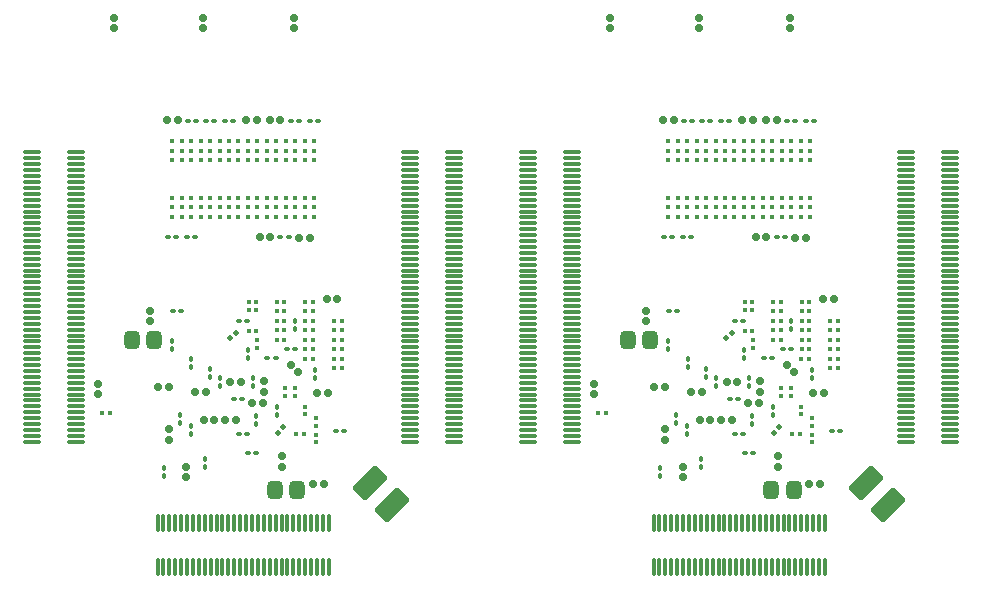
<source format=gbr>
G04*
G04 #@! TF.GenerationSoftware,Altium Limited,Altium Designer,22.4.2 (48)*
G04*
G04 Layer_Color=128*
%FSAX24Y24*%
%MOIN*%
G70*
G04*
G04 #@! TF.SameCoordinates,7B9A2F56-D6BD-4FC4-B556-F90DD5F7C99A*
G04*
G04*
G04 #@! TF.FilePolarity,Positive*
G04*
G01*
G75*
G04:AMPARAMS|DCode=22|XSize=59.1mil|YSize=51.2mil|CornerRadius=12.8mil|HoleSize=0mil|Usage=FLASHONLY|Rotation=90.000|XOffset=0mil|YOffset=0mil|HoleType=Round|Shape=RoundedRectangle|*
%AMROUNDEDRECTD22*
21,1,0.0591,0.0256,0,0,90.0*
21,1,0.0335,0.0512,0,0,90.0*
1,1,0.0256,0.0128,0.0167*
1,1,0.0256,0.0128,-0.0167*
1,1,0.0256,-0.0128,-0.0167*
1,1,0.0256,-0.0128,0.0167*
%
%ADD22ROUNDEDRECTD22*%
G04:AMPARAMS|DCode=23|XSize=23.6mil|YSize=23.6mil|CornerRadius=5.9mil|HoleSize=0mil|Usage=FLASHONLY|Rotation=270.000|XOffset=0mil|YOffset=0mil|HoleType=Round|Shape=RoundedRectangle|*
%AMROUNDEDRECTD23*
21,1,0.0236,0.0118,0,0,270.0*
21,1,0.0118,0.0236,0,0,270.0*
1,1,0.0118,-0.0059,-0.0059*
1,1,0.0118,-0.0059,0.0059*
1,1,0.0118,0.0059,0.0059*
1,1,0.0118,0.0059,-0.0059*
%
%ADD23ROUNDEDRECTD23*%
G04:AMPARAMS|DCode=24|XSize=23.6mil|YSize=23.6mil|CornerRadius=5.9mil|HoleSize=0mil|Usage=FLASHONLY|Rotation=0.000|XOffset=0mil|YOffset=0mil|HoleType=Round|Shape=RoundedRectangle|*
%AMROUNDEDRECTD24*
21,1,0.0236,0.0118,0,0,0.0*
21,1,0.0118,0.0236,0,0,0.0*
1,1,0.0118,0.0059,-0.0059*
1,1,0.0118,-0.0059,-0.0059*
1,1,0.0118,-0.0059,0.0059*
1,1,0.0118,0.0059,0.0059*
%
%ADD24ROUNDEDRECTD24*%
G04:AMPARAMS|DCode=25|XSize=25.2mil|YSize=25.2mil|CornerRadius=6.3mil|HoleSize=0mil|Usage=FLASHONLY|Rotation=0.000|XOffset=0mil|YOffset=0mil|HoleType=Round|Shape=RoundedRectangle|*
%AMROUNDEDRECTD25*
21,1,0.0252,0.0126,0,0,0.0*
21,1,0.0126,0.0252,0,0,0.0*
1,1,0.0126,0.0063,-0.0063*
1,1,0.0126,-0.0063,-0.0063*
1,1,0.0126,-0.0063,0.0063*
1,1,0.0126,0.0063,0.0063*
%
%ADD25ROUNDEDRECTD25*%
G04:AMPARAMS|DCode=26|XSize=25.2mil|YSize=25.2mil|CornerRadius=6.3mil|HoleSize=0mil|Usage=FLASHONLY|Rotation=270.000|XOffset=0mil|YOffset=0mil|HoleType=Round|Shape=RoundedRectangle|*
%AMROUNDEDRECTD26*
21,1,0.0252,0.0126,0,0,270.0*
21,1,0.0126,0.0252,0,0,270.0*
1,1,0.0126,-0.0063,-0.0063*
1,1,0.0126,-0.0063,0.0063*
1,1,0.0126,0.0063,0.0063*
1,1,0.0126,0.0063,-0.0063*
%
%ADD26ROUNDEDRECTD26*%
G04:AMPARAMS|DCode=28|XSize=25.2mil|YSize=25.2mil|CornerRadius=6.3mil|HoleSize=0mil|Usage=FLASHONLY|Rotation=225.000|XOffset=0mil|YOffset=0mil|HoleType=Round|Shape=RoundedRectangle|*
%AMROUNDEDRECTD28*
21,1,0.0252,0.0126,0,0,225.0*
21,1,0.0126,0.0252,0,0,225.0*
1,1,0.0126,-0.0089,0.0000*
1,1,0.0126,0.0000,0.0089*
1,1,0.0126,0.0089,0.0000*
1,1,0.0126,0.0000,-0.0089*
%
%ADD28ROUNDEDRECTD28*%
G04:AMPARAMS|DCode=29|XSize=13.8mil|YSize=15.7mil|CornerRadius=3.4mil|HoleSize=0mil|Usage=FLASHONLY|Rotation=270.000|XOffset=0mil|YOffset=0mil|HoleType=Round|Shape=RoundedRectangle|*
%AMROUNDEDRECTD29*
21,1,0.0138,0.0089,0,0,270.0*
21,1,0.0069,0.0157,0,0,270.0*
1,1,0.0069,-0.0044,-0.0034*
1,1,0.0069,-0.0044,0.0034*
1,1,0.0069,0.0044,0.0034*
1,1,0.0069,0.0044,-0.0034*
%
%ADD29ROUNDEDRECTD29*%
G04:AMPARAMS|DCode=30|XSize=13.8mil|YSize=15.7mil|CornerRadius=3.4mil|HoleSize=0mil|Usage=FLASHONLY|Rotation=180.000|XOffset=0mil|YOffset=0mil|HoleType=Round|Shape=RoundedRectangle|*
%AMROUNDEDRECTD30*
21,1,0.0138,0.0089,0,0,180.0*
21,1,0.0069,0.0157,0,0,180.0*
1,1,0.0069,-0.0034,0.0044*
1,1,0.0069,0.0034,0.0044*
1,1,0.0069,0.0034,-0.0044*
1,1,0.0069,-0.0034,-0.0044*
%
%ADD30ROUNDEDRECTD30*%
G04:AMPARAMS|DCode=31|XSize=16.5mil|YSize=18.1mil|CornerRadius=4.1mil|HoleSize=0mil|Usage=FLASHONLY|Rotation=270.000|XOffset=0mil|YOffset=0mil|HoleType=Round|Shape=RoundedRectangle|*
%AMROUNDEDRECTD31*
21,1,0.0165,0.0098,0,0,270.0*
21,1,0.0083,0.0181,0,0,270.0*
1,1,0.0083,-0.0049,-0.0041*
1,1,0.0083,-0.0049,0.0041*
1,1,0.0083,0.0049,0.0041*
1,1,0.0083,0.0049,-0.0041*
%
%ADD31ROUNDEDRECTD31*%
%ADD33C,0.0157*%
G04:AMPARAMS|DCode=51|XSize=110.2mil|YSize=65mil|CornerRadius=8.1mil|HoleSize=0mil|Usage=FLASHONLY|Rotation=45.000|XOffset=0mil|YOffset=0mil|HoleType=Round|Shape=RoundedRectangle|*
%AMROUNDEDRECTD51*
21,1,0.1102,0.0487,0,0,45.0*
21,1,0.0940,0.0650,0,0,45.0*
1,1,0.0162,0.0505,0.0160*
1,1,0.0162,-0.0160,-0.0505*
1,1,0.0162,-0.0505,-0.0160*
1,1,0.0162,0.0160,0.0505*
%
%ADD51ROUNDEDRECTD51*%
G04:AMPARAMS|DCode=52|XSize=16.5mil|YSize=18.1mil|CornerRadius=4.1mil|HoleSize=0mil|Usage=FLASHONLY|Rotation=180.000|XOffset=0mil|YOffset=0mil|HoleType=Round|Shape=RoundedRectangle|*
%AMROUNDEDRECTD52*
21,1,0.0165,0.0098,0,0,180.0*
21,1,0.0083,0.0181,0,0,180.0*
1,1,0.0083,-0.0041,0.0049*
1,1,0.0083,0.0041,0.0049*
1,1,0.0083,0.0041,-0.0049*
1,1,0.0083,-0.0041,-0.0049*
%
%ADD52ROUNDEDRECTD52*%
G04:AMPARAMS|DCode=53|XSize=16.5mil|YSize=18.1mil|CornerRadius=4.1mil|HoleSize=0mil|Usage=FLASHONLY|Rotation=135.000|XOffset=0mil|YOffset=0mil|HoleType=Round|Shape=RoundedRectangle|*
%AMROUNDEDRECTD53*
21,1,0.0165,0.0098,0,0,135.0*
21,1,0.0083,0.0181,0,0,135.0*
1,1,0.0083,0.0006,0.0064*
1,1,0.0083,0.0064,0.0006*
1,1,0.0083,-0.0006,-0.0064*
1,1,0.0083,-0.0064,-0.0006*
%
%ADD53ROUNDEDRECTD53*%
G04:AMPARAMS|DCode=54|XSize=11.8mil|YSize=59.1mil|CornerRadius=3mil|HoleSize=0mil|Usage=FLASHONLY|Rotation=0.000|XOffset=0mil|YOffset=0mil|HoleType=Round|Shape=RoundedRectangle|*
%AMROUNDEDRECTD54*
21,1,0.0118,0.0531,0,0,0.0*
21,1,0.0059,0.0591,0,0,0.0*
1,1,0.0059,0.0030,-0.0266*
1,1,0.0059,-0.0030,-0.0266*
1,1,0.0059,-0.0030,0.0266*
1,1,0.0059,0.0030,0.0266*
%
%ADD54ROUNDEDRECTD54*%
G04:AMPARAMS|DCode=55|XSize=11.8mil|YSize=59.1mil|CornerRadius=3mil|HoleSize=0mil|Usage=FLASHONLY|Rotation=270.000|XOffset=0mil|YOffset=0mil|HoleType=Round|Shape=RoundedRectangle|*
%AMROUNDEDRECTD55*
21,1,0.0118,0.0531,0,0,270.0*
21,1,0.0059,0.0591,0,0,270.0*
1,1,0.0059,-0.0266,-0.0030*
1,1,0.0059,-0.0266,0.0030*
1,1,0.0059,0.0266,0.0030*
1,1,0.0059,0.0266,-0.0030*
%
%ADD55ROUNDEDRECTD55*%
D22*
X008848Y012343D02*
D03*
X008100D02*
D03*
X013622Y007362D02*
D03*
X012874D02*
D03*
X025384Y012343D02*
D03*
X024636D02*
D03*
X030157Y007362D02*
D03*
X029409D02*
D03*
D23*
X012362Y015768D02*
D03*
X012717D02*
D03*
X010846Y009675D02*
D03*
X010492D02*
D03*
X012106Y010256D02*
D03*
X012461D02*
D03*
X011742Y010955D02*
D03*
X011388D02*
D03*
X028898Y015768D02*
D03*
X029252D02*
D03*
X027382Y009675D02*
D03*
X027028D02*
D03*
X028642Y010256D02*
D03*
X028996D02*
D03*
X028278Y010955D02*
D03*
X027923D02*
D03*
D24*
X010482Y022736D02*
D03*
Y023091D02*
D03*
X013494Y022736D02*
D03*
Y023091D02*
D03*
X007490Y022736D02*
D03*
Y023091D02*
D03*
X027018Y022736D02*
D03*
Y023091D02*
D03*
X030030Y022736D02*
D03*
Y023091D02*
D03*
X024026Y022736D02*
D03*
Y023091D02*
D03*
D25*
X009341Y009032D02*
D03*
Y009394D02*
D03*
X009921Y007772D02*
D03*
Y008134D02*
D03*
X012490Y010988D02*
D03*
Y010626D02*
D03*
X008720Y012968D02*
D03*
Y013331D02*
D03*
X013120Y008469D02*
D03*
Y008106D02*
D03*
X006959Y010900D02*
D03*
Y010537D02*
D03*
X025876Y009032D02*
D03*
Y009394D02*
D03*
X026457Y007772D02*
D03*
Y008134D02*
D03*
X029026Y010988D02*
D03*
Y010626D02*
D03*
X025256Y012968D02*
D03*
Y013331D02*
D03*
X029656Y008469D02*
D03*
Y008106D02*
D03*
X023494Y010900D02*
D03*
Y010537D02*
D03*
D26*
X010575Y010630D02*
D03*
X010213D02*
D03*
X011217Y009685D02*
D03*
X011579D02*
D03*
X009335Y010778D02*
D03*
X008972D02*
D03*
X014278Y010591D02*
D03*
X014640D02*
D03*
X014593Y013711D02*
D03*
X014955D02*
D03*
X014140Y007539D02*
D03*
X014502D02*
D03*
X013677Y015748D02*
D03*
X014039D02*
D03*
X009268Y019685D02*
D03*
X009630D02*
D03*
X012268D02*
D03*
X011906D02*
D03*
X012693D02*
D03*
X013055D02*
D03*
X027110Y010630D02*
D03*
X026748D02*
D03*
X027752Y009685D02*
D03*
X028114D02*
D03*
X025870Y010778D02*
D03*
X025508D02*
D03*
X030813Y010591D02*
D03*
X031175D02*
D03*
X031128Y013711D02*
D03*
X031490D02*
D03*
X030675Y007539D02*
D03*
X031037D02*
D03*
X030213Y015748D02*
D03*
X030575D02*
D03*
X025803Y019685D02*
D03*
X026165D02*
D03*
X028803D02*
D03*
X028441D02*
D03*
X029228D02*
D03*
X029591D02*
D03*
D28*
X013396Y011526D02*
D03*
X013652Y011270D02*
D03*
X029931Y011526D02*
D03*
X030187Y011270D02*
D03*
D29*
X015098Y012992D02*
D03*
X014843D02*
D03*
X015098Y012047D02*
D03*
X014843D02*
D03*
X014134Y011732D02*
D03*
X013878D02*
D03*
X015098Y012677D02*
D03*
X014843D02*
D03*
X015098Y011732D02*
D03*
X014843D02*
D03*
X015098Y012362D02*
D03*
X014843D02*
D03*
X012254Y013346D02*
D03*
X011998D02*
D03*
X012254Y012667D02*
D03*
X011998D02*
D03*
X012254Y013632D02*
D03*
X011998D02*
D03*
X014144Y013307D02*
D03*
X013888D02*
D03*
X013189Y013622D02*
D03*
X012933D02*
D03*
X015098Y011417D02*
D03*
X014843D02*
D03*
X013189Y013307D02*
D03*
X012933D02*
D03*
X013189Y012362D02*
D03*
X012933D02*
D03*
X013189Y012677D02*
D03*
X012933D02*
D03*
X013189Y012992D02*
D03*
X012933D02*
D03*
X014144Y012362D02*
D03*
X013888D02*
D03*
X014144Y012992D02*
D03*
X013888D02*
D03*
X014144Y013622D02*
D03*
X013888D02*
D03*
X014144Y012677D02*
D03*
X013888D02*
D03*
X014144Y012047D02*
D03*
X013888D02*
D03*
X007106Y009902D02*
D03*
X007362D02*
D03*
X013579Y009209D02*
D03*
X013835D02*
D03*
X031634Y012992D02*
D03*
X031378D02*
D03*
X031634Y012047D02*
D03*
X031378D02*
D03*
X030669Y011732D02*
D03*
X030413D02*
D03*
X031634Y012677D02*
D03*
X031378D02*
D03*
X031634Y011732D02*
D03*
X031378D02*
D03*
X031634Y012362D02*
D03*
X031378D02*
D03*
X028789Y013346D02*
D03*
X028533D02*
D03*
X028789Y012667D02*
D03*
X028533D02*
D03*
X028789Y013632D02*
D03*
X028533D02*
D03*
X030679Y013307D02*
D03*
X030423D02*
D03*
X029724Y013622D02*
D03*
X029469D02*
D03*
X031634Y011417D02*
D03*
X031378D02*
D03*
X029724Y013307D02*
D03*
X029469D02*
D03*
X029724Y012362D02*
D03*
X029469D02*
D03*
X029724Y012677D02*
D03*
X029469D02*
D03*
X029724Y012992D02*
D03*
X029469D02*
D03*
X030679Y012362D02*
D03*
X030423D02*
D03*
X030679Y012992D02*
D03*
X030423D02*
D03*
X030679Y013622D02*
D03*
X030423D02*
D03*
X030679Y012677D02*
D03*
X030423D02*
D03*
X030679Y012047D02*
D03*
X030423D02*
D03*
X023642Y009902D02*
D03*
X023898D02*
D03*
X030114Y009209D02*
D03*
X030370D02*
D03*
D30*
X012283Y012352D02*
D03*
Y012096D02*
D03*
X013199Y010492D02*
D03*
Y010748D02*
D03*
X013543Y010492D02*
D03*
Y010748D02*
D03*
X014232Y009193D02*
D03*
Y008937D02*
D03*
Y009744D02*
D03*
Y009488D02*
D03*
X013878Y010128D02*
D03*
Y009872D02*
D03*
X028819Y012352D02*
D03*
Y012096D02*
D03*
X029734Y010492D02*
D03*
Y010748D02*
D03*
X030079Y010492D02*
D03*
Y010748D02*
D03*
X030768Y009193D02*
D03*
Y008937D02*
D03*
Y009744D02*
D03*
Y009488D02*
D03*
X030413Y010128D02*
D03*
Y009872D02*
D03*
D31*
X011500Y010384D02*
D03*
X011768D02*
D03*
X012622Y011742D02*
D03*
X012890D02*
D03*
X011945Y012996D02*
D03*
X011677D02*
D03*
X013530Y012047D02*
D03*
X013262D02*
D03*
X009750Y013317D02*
D03*
X009482D02*
D03*
X011944Y009216D02*
D03*
X011676D02*
D03*
X012256Y008583D02*
D03*
X011988D02*
D03*
X014896Y009311D02*
D03*
X015163D02*
D03*
X014039Y019646D02*
D03*
X014307D02*
D03*
X013323Y015787D02*
D03*
X013055D02*
D03*
X011472Y019646D02*
D03*
X011205D02*
D03*
X009984D02*
D03*
X010252D02*
D03*
X010843D02*
D03*
X010575D02*
D03*
X009945Y015787D02*
D03*
X010213D02*
D03*
X013409Y019646D02*
D03*
X013677D02*
D03*
X009305Y015778D02*
D03*
X009573D02*
D03*
X028035Y010384D02*
D03*
X028303D02*
D03*
X029157Y011742D02*
D03*
X029425D02*
D03*
X028481Y012996D02*
D03*
X028213D02*
D03*
X030065Y012047D02*
D03*
X029797D02*
D03*
X026285Y013317D02*
D03*
X026018D02*
D03*
X028480Y009216D02*
D03*
X028212D02*
D03*
X028791Y008583D02*
D03*
X028524D02*
D03*
X031431Y009311D02*
D03*
X031699D02*
D03*
X030575Y019646D02*
D03*
X030843D02*
D03*
X029858Y015787D02*
D03*
X029591D02*
D03*
X028008Y019646D02*
D03*
X027740D02*
D03*
X026520D02*
D03*
X026787D02*
D03*
X027378D02*
D03*
X027110D02*
D03*
X026480Y015787D02*
D03*
X026748D02*
D03*
X029945Y019646D02*
D03*
X030213D02*
D03*
X025841Y015778D02*
D03*
X026108D02*
D03*
D33*
X013858Y018976D02*
D03*
X013543D02*
D03*
X014173D02*
D03*
X013543Y018661D02*
D03*
X013228Y018976D02*
D03*
X012913D02*
D03*
X013228Y018661D02*
D03*
X012913D02*
D03*
X014173D02*
D03*
X013858D02*
D03*
X014173Y018346D02*
D03*
X013858D02*
D03*
X013228D02*
D03*
X012913D02*
D03*
X013543D02*
D03*
X012598Y018976D02*
D03*
X012283D02*
D03*
Y018661D02*
D03*
X011969D02*
D03*
Y018976D02*
D03*
X011654D02*
D03*
Y018661D02*
D03*
X012598D02*
D03*
X011969Y018346D02*
D03*
X012598D02*
D03*
X012283D02*
D03*
X011654D02*
D03*
X014173Y017087D02*
D03*
X013543D02*
D03*
X013228D02*
D03*
X013858D02*
D03*
X013228Y016772D02*
D03*
X014173D02*
D03*
X013858D02*
D03*
X014173Y016457D02*
D03*
X013858D02*
D03*
X013543Y016772D02*
D03*
X013228Y016457D02*
D03*
X013543D02*
D03*
X012598Y017087D02*
D03*
X012283D02*
D03*
X012913D02*
D03*
X012283Y016772D02*
D03*
X011969Y017087D02*
D03*
X011654D02*
D03*
X011969Y016772D02*
D03*
X012913D02*
D03*
X012598D02*
D03*
X012913Y016457D02*
D03*
X012598D02*
D03*
X011969D02*
D03*
X011654D02*
D03*
X012283D02*
D03*
X011024Y018976D02*
D03*
X010709D02*
D03*
X011339D02*
D03*
X010709Y018661D02*
D03*
X010394D02*
D03*
X011339D02*
D03*
X011024D02*
D03*
X011339Y018346D02*
D03*
X011024D02*
D03*
X010709D02*
D03*
X010394D02*
D03*
X009449Y018976D02*
D03*
X010079D02*
D03*
X009764D02*
D03*
X010394D02*
D03*
X010079Y018661D02*
D03*
Y018346D02*
D03*
X009764D02*
D03*
Y018661D02*
D03*
X009449D02*
D03*
Y018346D02*
D03*
X011339Y017087D02*
D03*
X011024Y016772D02*
D03*
X011654D02*
D03*
X011339D02*
D03*
X011024Y017087D02*
D03*
X010709D02*
D03*
Y016772D02*
D03*
Y016457D02*
D03*
X010394D02*
D03*
X011339D02*
D03*
X011024D02*
D03*
X009764Y017087D02*
D03*
X009449D02*
D03*
X010394D02*
D03*
X010079D02*
D03*
X010394Y016772D02*
D03*
X010079D02*
D03*
Y016457D02*
D03*
X009764D02*
D03*
Y016772D02*
D03*
X009449D02*
D03*
Y016457D02*
D03*
X030394Y018976D02*
D03*
X030079D02*
D03*
X030709D02*
D03*
X030079Y018661D02*
D03*
X029764Y018976D02*
D03*
X029449D02*
D03*
X029764Y018661D02*
D03*
X029449D02*
D03*
X030709D02*
D03*
X030394D02*
D03*
X030709Y018346D02*
D03*
X030394D02*
D03*
X029764D02*
D03*
X029449D02*
D03*
X030079D02*
D03*
X029134Y018976D02*
D03*
X028819D02*
D03*
Y018661D02*
D03*
X028504D02*
D03*
Y018976D02*
D03*
X028189D02*
D03*
Y018661D02*
D03*
X029134D02*
D03*
X028504Y018346D02*
D03*
X029134D02*
D03*
X028819D02*
D03*
X028189D02*
D03*
X030709Y017087D02*
D03*
X030079D02*
D03*
X029764D02*
D03*
X030394D02*
D03*
X029764Y016772D02*
D03*
X030709D02*
D03*
X030394D02*
D03*
X030709Y016457D02*
D03*
X030394D02*
D03*
X030079Y016772D02*
D03*
X029764Y016457D02*
D03*
X030079D02*
D03*
X029134Y017087D02*
D03*
X028819D02*
D03*
X029449D02*
D03*
X028819Y016772D02*
D03*
X028504Y017087D02*
D03*
X028189D02*
D03*
X028504Y016772D02*
D03*
X029449D02*
D03*
X029134D02*
D03*
X029449Y016457D02*
D03*
X029134D02*
D03*
X028504D02*
D03*
X028189D02*
D03*
X028819D02*
D03*
X027559Y018976D02*
D03*
X027244D02*
D03*
X027874D02*
D03*
X027244Y018661D02*
D03*
X026929D02*
D03*
X027874D02*
D03*
X027559D02*
D03*
X027874Y018346D02*
D03*
X027559D02*
D03*
X027244D02*
D03*
X026929D02*
D03*
X025984Y018976D02*
D03*
X026614D02*
D03*
X026299D02*
D03*
X026929D02*
D03*
X026614Y018661D02*
D03*
Y018346D02*
D03*
X026299D02*
D03*
Y018661D02*
D03*
X025984D02*
D03*
Y018346D02*
D03*
X027874Y017087D02*
D03*
X027559Y016772D02*
D03*
X028189D02*
D03*
X027874D02*
D03*
X027559Y017087D02*
D03*
X027244D02*
D03*
Y016772D02*
D03*
Y016457D02*
D03*
X026929D02*
D03*
X027874D02*
D03*
X027559D02*
D03*
X026299Y017087D02*
D03*
X025984D02*
D03*
X026929D02*
D03*
X026614D02*
D03*
X026929Y016772D02*
D03*
X026614D02*
D03*
Y016457D02*
D03*
X026299D02*
D03*
Y016772D02*
D03*
X025984D02*
D03*
Y016457D02*
D03*
D51*
X016786Y006836D02*
D03*
X016048Y007574D02*
D03*
X033322Y006836D02*
D03*
X032584Y007574D02*
D03*
D52*
X010069Y009226D02*
D03*
Y009494D02*
D03*
X009705Y009581D02*
D03*
Y009848D02*
D03*
X010551Y008382D02*
D03*
Y008114D02*
D03*
X009183Y008087D02*
D03*
Y007819D02*
D03*
X011959Y011766D02*
D03*
Y012033D02*
D03*
X010715Y011115D02*
D03*
Y011382D02*
D03*
X011053Y010821D02*
D03*
Y011089D02*
D03*
X012923Y010124D02*
D03*
Y009856D02*
D03*
X012254Y009561D02*
D03*
Y009829D02*
D03*
X012136Y011079D02*
D03*
Y010811D02*
D03*
X009453Y012062D02*
D03*
Y012330D02*
D03*
X010089Y011709D02*
D03*
Y011441D02*
D03*
X014222Y011087D02*
D03*
Y011354D02*
D03*
X013543Y012978D02*
D03*
Y012711D02*
D03*
X026604Y009226D02*
D03*
Y009494D02*
D03*
X026240Y009581D02*
D03*
Y009848D02*
D03*
X027087Y008382D02*
D03*
Y008114D02*
D03*
X025719Y008087D02*
D03*
Y007819D02*
D03*
X028494Y011766D02*
D03*
Y012033D02*
D03*
X027250Y011115D02*
D03*
Y011382D02*
D03*
X027589Y010821D02*
D03*
Y011089D02*
D03*
X029459Y010124D02*
D03*
Y009856D02*
D03*
X028789Y009561D02*
D03*
Y009829D02*
D03*
X028671Y011079D02*
D03*
Y010811D02*
D03*
X025989Y012062D02*
D03*
Y012330D02*
D03*
X026624Y011709D02*
D03*
Y011441D02*
D03*
X030758Y011087D02*
D03*
Y011354D02*
D03*
X030079Y012978D02*
D03*
Y012711D02*
D03*
D53*
X011382Y012405D02*
D03*
X011571Y012595D02*
D03*
X013146Y009435D02*
D03*
X012957Y009246D02*
D03*
X027917Y012405D02*
D03*
X028106Y012595D02*
D03*
X029681Y009435D02*
D03*
X029492Y009246D02*
D03*
D54*
X013878Y006240D02*
D03*
X014075D02*
D03*
X014468D02*
D03*
X014272D02*
D03*
X014665D02*
D03*
X012500D02*
D03*
X012303D02*
D03*
X012697D02*
D03*
X011909D02*
D03*
X011713D02*
D03*
X012106D02*
D03*
X013484D02*
D03*
X013287D02*
D03*
X013681D02*
D03*
X013091D02*
D03*
X012894D02*
D03*
X014272Y004783D02*
D03*
X014075D02*
D03*
X014468D02*
D03*
X014665D02*
D03*
X012500D02*
D03*
X012303D02*
D03*
X012697D02*
D03*
X011909D02*
D03*
X011713D02*
D03*
X012106D02*
D03*
X013681D02*
D03*
X013484D02*
D03*
X013878D02*
D03*
X013091D02*
D03*
X012894D02*
D03*
X013287D02*
D03*
X010728Y006240D02*
D03*
X010532D02*
D03*
X010925D02*
D03*
X010335D02*
D03*
X011516D02*
D03*
X011319D02*
D03*
X011122D02*
D03*
X009350D02*
D03*
X009154D02*
D03*
X009547D02*
D03*
X008957D02*
D03*
X009941D02*
D03*
X009744D02*
D03*
X010138D02*
D03*
X010728Y004783D02*
D03*
X010532D02*
D03*
X010925D02*
D03*
X010335D02*
D03*
X010138D02*
D03*
X011319D02*
D03*
X011122D02*
D03*
X011516D02*
D03*
X009154D02*
D03*
X008957D02*
D03*
X009350D02*
D03*
X009744D02*
D03*
X009547D02*
D03*
X009941D02*
D03*
X030413Y006240D02*
D03*
X030610D02*
D03*
X031004D02*
D03*
X030807D02*
D03*
X031201D02*
D03*
X029035D02*
D03*
X028839D02*
D03*
X029232D02*
D03*
X028445D02*
D03*
X028248D02*
D03*
X028642D02*
D03*
X030020D02*
D03*
X029823D02*
D03*
X030217D02*
D03*
X029626D02*
D03*
X029429D02*
D03*
X030807Y004783D02*
D03*
X030610D02*
D03*
X031004D02*
D03*
X031201D02*
D03*
X029035D02*
D03*
X028839D02*
D03*
X029232D02*
D03*
X028445D02*
D03*
X028248D02*
D03*
X028642D02*
D03*
X030217D02*
D03*
X030020D02*
D03*
X030413D02*
D03*
X029626D02*
D03*
X029429D02*
D03*
X029823D02*
D03*
X027264Y006240D02*
D03*
X027067D02*
D03*
X027461D02*
D03*
X026870D02*
D03*
X028051D02*
D03*
X027854D02*
D03*
X027657D02*
D03*
X025886D02*
D03*
X025689D02*
D03*
X026083D02*
D03*
X025492D02*
D03*
X026476D02*
D03*
X026280D02*
D03*
X026673D02*
D03*
X027264Y004783D02*
D03*
X027067D02*
D03*
X027461D02*
D03*
X026870D02*
D03*
X026673D02*
D03*
X027854D02*
D03*
X027657D02*
D03*
X028051D02*
D03*
X025689D02*
D03*
X025492D02*
D03*
X025886D02*
D03*
X026280D02*
D03*
X026083D02*
D03*
X026476D02*
D03*
D55*
X006240Y015453D02*
D03*
Y015059D02*
D03*
Y015256D02*
D03*
Y016043D02*
D03*
Y016240D02*
D03*
Y015650D02*
D03*
Y015846D02*
D03*
Y013878D02*
D03*
Y014075D02*
D03*
Y013484D02*
D03*
Y013681D02*
D03*
Y014665D02*
D03*
Y014862D02*
D03*
Y014272D02*
D03*
Y014468D02*
D03*
Y018209D02*
D03*
Y018012D02*
D03*
Y017618D02*
D03*
Y017815D02*
D03*
Y018406D02*
D03*
Y018602D02*
D03*
Y016831D02*
D03*
Y017028D02*
D03*
Y016437D02*
D03*
Y016634D02*
D03*
Y017224D02*
D03*
Y017421D02*
D03*
Y009941D02*
D03*
Y009744D02*
D03*
Y010138D02*
D03*
Y013091D02*
D03*
Y013287D02*
D03*
Y012697D02*
D03*
Y012894D02*
D03*
Y009350D02*
D03*
Y009547D02*
D03*
Y008957D02*
D03*
Y009154D02*
D03*
Y011713D02*
D03*
Y011516D02*
D03*
Y011909D02*
D03*
Y011319D02*
D03*
Y012303D02*
D03*
Y012500D02*
D03*
Y012106D02*
D03*
Y010532D02*
D03*
Y010728D02*
D03*
Y010335D02*
D03*
Y010925D02*
D03*
Y011122D02*
D03*
X004783Y015256D02*
D03*
Y015453D02*
D03*
Y016043D02*
D03*
Y016240D02*
D03*
Y015650D02*
D03*
Y015846D02*
D03*
Y014075D02*
D03*
Y014272D02*
D03*
Y013287D02*
D03*
Y013878D02*
D03*
Y014862D02*
D03*
Y015059D02*
D03*
Y014468D02*
D03*
Y014665D02*
D03*
Y018209D02*
D03*
Y018012D02*
D03*
Y017618D02*
D03*
Y017815D02*
D03*
Y018406D02*
D03*
Y018602D02*
D03*
Y016437D02*
D03*
Y016634D02*
D03*
Y013484D02*
D03*
Y013681D02*
D03*
Y017224D02*
D03*
Y017421D02*
D03*
Y016831D02*
D03*
Y017028D02*
D03*
Y012303D02*
D03*
Y012106D02*
D03*
Y012500D02*
D03*
Y011713D02*
D03*
Y011909D02*
D03*
Y012894D02*
D03*
Y013091D02*
D03*
Y012697D02*
D03*
Y008957D02*
D03*
Y009547D02*
D03*
Y009744D02*
D03*
Y009154D02*
D03*
Y009350D02*
D03*
Y010925D02*
D03*
Y010728D02*
D03*
Y011122D02*
D03*
Y010532D02*
D03*
Y011319D02*
D03*
Y011516D02*
D03*
Y010138D02*
D03*
Y010335D02*
D03*
Y009941D02*
D03*
X018839Y015453D02*
D03*
Y015059D02*
D03*
Y015256D02*
D03*
Y016043D02*
D03*
Y016240D02*
D03*
Y015650D02*
D03*
Y015846D02*
D03*
Y013878D02*
D03*
Y014075D02*
D03*
Y013484D02*
D03*
Y013681D02*
D03*
Y014665D02*
D03*
Y014862D02*
D03*
Y014272D02*
D03*
Y014468D02*
D03*
Y018209D02*
D03*
Y018012D02*
D03*
Y017618D02*
D03*
Y017815D02*
D03*
Y018406D02*
D03*
Y018602D02*
D03*
Y016831D02*
D03*
Y017028D02*
D03*
Y016437D02*
D03*
Y016634D02*
D03*
Y017224D02*
D03*
Y017421D02*
D03*
Y009941D02*
D03*
Y009744D02*
D03*
Y010138D02*
D03*
Y013091D02*
D03*
Y013287D02*
D03*
Y012697D02*
D03*
Y012894D02*
D03*
Y009350D02*
D03*
Y009547D02*
D03*
Y008957D02*
D03*
Y009154D02*
D03*
Y011713D02*
D03*
Y011516D02*
D03*
Y011909D02*
D03*
Y011319D02*
D03*
Y012303D02*
D03*
Y012500D02*
D03*
Y012106D02*
D03*
Y010532D02*
D03*
Y010728D02*
D03*
Y010335D02*
D03*
Y010925D02*
D03*
Y011122D02*
D03*
X017382Y015256D02*
D03*
Y015453D02*
D03*
Y016043D02*
D03*
Y016240D02*
D03*
Y015650D02*
D03*
Y015846D02*
D03*
Y014075D02*
D03*
Y014272D02*
D03*
Y013287D02*
D03*
Y013878D02*
D03*
Y014862D02*
D03*
Y015059D02*
D03*
Y014468D02*
D03*
Y014665D02*
D03*
Y018209D02*
D03*
Y018012D02*
D03*
Y017618D02*
D03*
Y017815D02*
D03*
Y018406D02*
D03*
Y018602D02*
D03*
Y016437D02*
D03*
Y016634D02*
D03*
Y013484D02*
D03*
Y013681D02*
D03*
Y017224D02*
D03*
Y017421D02*
D03*
Y016831D02*
D03*
Y017028D02*
D03*
Y012303D02*
D03*
Y012106D02*
D03*
Y012500D02*
D03*
Y011713D02*
D03*
Y011909D02*
D03*
Y012894D02*
D03*
Y013091D02*
D03*
Y012697D02*
D03*
Y008957D02*
D03*
Y009547D02*
D03*
Y009744D02*
D03*
Y009154D02*
D03*
Y009350D02*
D03*
Y010925D02*
D03*
Y010728D02*
D03*
Y011122D02*
D03*
Y010532D02*
D03*
Y011319D02*
D03*
Y011516D02*
D03*
Y010138D02*
D03*
Y010335D02*
D03*
Y009941D02*
D03*
X022776Y015453D02*
D03*
Y015059D02*
D03*
Y015256D02*
D03*
Y016043D02*
D03*
Y016240D02*
D03*
Y015650D02*
D03*
Y015846D02*
D03*
Y013878D02*
D03*
Y014075D02*
D03*
Y013484D02*
D03*
Y013681D02*
D03*
Y014665D02*
D03*
Y014862D02*
D03*
Y014272D02*
D03*
Y014468D02*
D03*
Y018209D02*
D03*
Y018012D02*
D03*
Y017618D02*
D03*
Y017815D02*
D03*
Y018406D02*
D03*
Y018602D02*
D03*
Y016831D02*
D03*
Y017028D02*
D03*
Y016437D02*
D03*
Y016634D02*
D03*
Y017224D02*
D03*
Y017421D02*
D03*
Y009941D02*
D03*
Y009744D02*
D03*
Y010138D02*
D03*
Y013091D02*
D03*
Y013287D02*
D03*
Y012697D02*
D03*
Y012894D02*
D03*
Y009350D02*
D03*
Y009547D02*
D03*
Y008957D02*
D03*
Y009154D02*
D03*
Y011713D02*
D03*
Y011516D02*
D03*
Y011909D02*
D03*
Y011319D02*
D03*
Y012303D02*
D03*
Y012500D02*
D03*
Y012106D02*
D03*
Y010532D02*
D03*
Y010728D02*
D03*
Y010335D02*
D03*
Y010925D02*
D03*
Y011122D02*
D03*
X021319Y015256D02*
D03*
Y015453D02*
D03*
Y016043D02*
D03*
Y016240D02*
D03*
Y015650D02*
D03*
Y015846D02*
D03*
Y014075D02*
D03*
Y014272D02*
D03*
Y013287D02*
D03*
Y013878D02*
D03*
Y014862D02*
D03*
Y015059D02*
D03*
Y014468D02*
D03*
Y014665D02*
D03*
Y018209D02*
D03*
Y018012D02*
D03*
Y017618D02*
D03*
Y017815D02*
D03*
Y018406D02*
D03*
Y018602D02*
D03*
Y016437D02*
D03*
Y016634D02*
D03*
Y013484D02*
D03*
Y013681D02*
D03*
Y017224D02*
D03*
Y017421D02*
D03*
Y016831D02*
D03*
Y017028D02*
D03*
Y012303D02*
D03*
Y012106D02*
D03*
Y012500D02*
D03*
Y011713D02*
D03*
Y011909D02*
D03*
Y012894D02*
D03*
Y013091D02*
D03*
Y012697D02*
D03*
Y008957D02*
D03*
Y009547D02*
D03*
Y009744D02*
D03*
Y009154D02*
D03*
Y009350D02*
D03*
Y010925D02*
D03*
Y010728D02*
D03*
Y011122D02*
D03*
Y010532D02*
D03*
Y011319D02*
D03*
Y011516D02*
D03*
Y010138D02*
D03*
Y010335D02*
D03*
Y009941D02*
D03*
X035374Y015453D02*
D03*
Y015059D02*
D03*
Y015256D02*
D03*
Y016043D02*
D03*
Y016240D02*
D03*
Y015650D02*
D03*
Y015846D02*
D03*
Y013878D02*
D03*
Y014075D02*
D03*
Y013484D02*
D03*
Y013681D02*
D03*
Y014665D02*
D03*
Y014862D02*
D03*
Y014272D02*
D03*
Y014468D02*
D03*
Y018209D02*
D03*
Y018012D02*
D03*
Y017618D02*
D03*
Y017815D02*
D03*
Y018406D02*
D03*
Y018602D02*
D03*
Y016831D02*
D03*
Y017028D02*
D03*
Y016437D02*
D03*
Y016634D02*
D03*
Y017224D02*
D03*
Y017421D02*
D03*
Y009941D02*
D03*
Y009744D02*
D03*
Y010138D02*
D03*
Y013091D02*
D03*
Y013287D02*
D03*
Y012697D02*
D03*
Y012894D02*
D03*
Y009350D02*
D03*
Y009547D02*
D03*
Y008957D02*
D03*
Y009154D02*
D03*
Y011713D02*
D03*
Y011516D02*
D03*
Y011909D02*
D03*
Y011319D02*
D03*
Y012303D02*
D03*
Y012500D02*
D03*
Y012106D02*
D03*
Y010532D02*
D03*
Y010728D02*
D03*
Y010335D02*
D03*
Y010925D02*
D03*
Y011122D02*
D03*
X033917Y015256D02*
D03*
Y015453D02*
D03*
Y016043D02*
D03*
Y016240D02*
D03*
Y015650D02*
D03*
Y015846D02*
D03*
Y014075D02*
D03*
Y014272D02*
D03*
Y013287D02*
D03*
Y013878D02*
D03*
Y014862D02*
D03*
Y015059D02*
D03*
Y014468D02*
D03*
Y014665D02*
D03*
Y018209D02*
D03*
Y018012D02*
D03*
Y017618D02*
D03*
Y017815D02*
D03*
Y018406D02*
D03*
Y018602D02*
D03*
Y016437D02*
D03*
Y016634D02*
D03*
Y013484D02*
D03*
Y013681D02*
D03*
Y017224D02*
D03*
Y017421D02*
D03*
Y016831D02*
D03*
Y017028D02*
D03*
Y012303D02*
D03*
Y012106D02*
D03*
Y012500D02*
D03*
Y011713D02*
D03*
Y011909D02*
D03*
Y012894D02*
D03*
Y013091D02*
D03*
Y012697D02*
D03*
Y008957D02*
D03*
Y009547D02*
D03*
Y009744D02*
D03*
Y009154D02*
D03*
Y009350D02*
D03*
Y010925D02*
D03*
Y010728D02*
D03*
Y011122D02*
D03*
Y010532D02*
D03*
Y011319D02*
D03*
Y011516D02*
D03*
Y010138D02*
D03*
Y010335D02*
D03*
Y009941D02*
D03*
M02*

</source>
